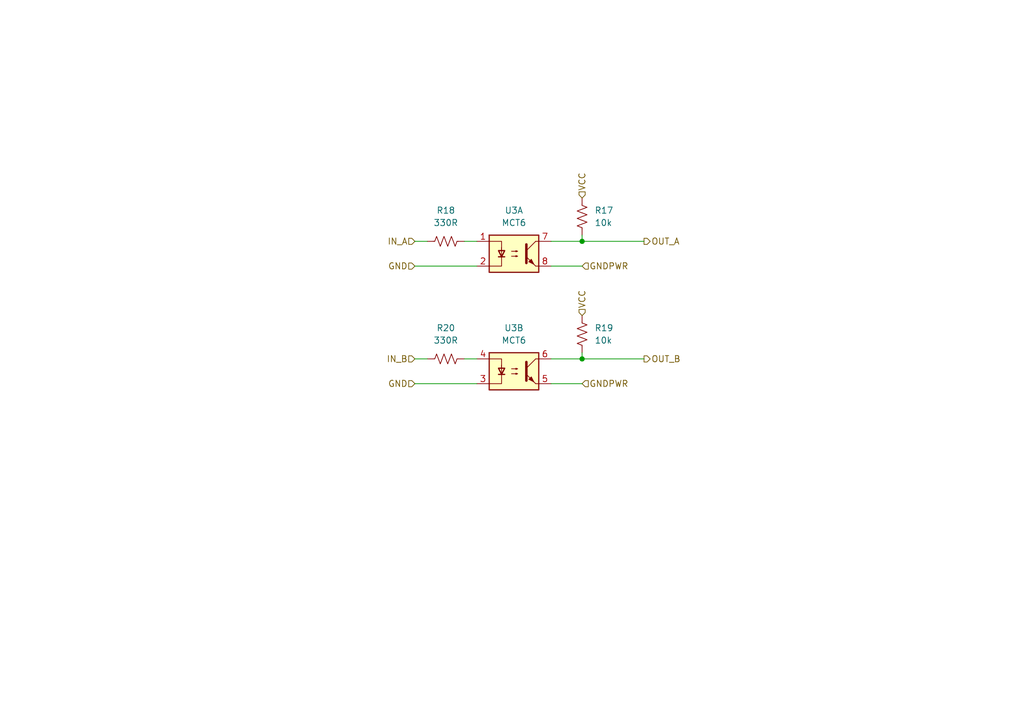
<source format=kicad_sch>
(kicad_sch (version 20250114) (generator "eeschema") (generator_version "9.0")
  (paper "A5")
  (title_block (title "Optocoupler") (date "2025-07-09") (rev "v4.0.0") (company "Team 5") (comment 1 "George Sleen"))
  (lib_symbols
    (symbol "Device:R_US" (pin_numbers (hide yes)) (pin_names (offset 0))
      (property "Reference" "R" (at 2.54 0 90))
      (property "Value" "R_US" (at -2.54 0 90))
      (symbol "R_US_0_1"
        (polyline (pts (xy 0 2.286) (xy 0 2.54)))
        (polyline (pts (xy 0 2.286) (xy 1.016 1.905) (xy 0 1.524) (xy -1.016 1.143) (xy 0 0.762)))
        (polyline (pts (xy 0 0.762) (xy 1.016 0.381) (xy 0 0) (xy -1.016 -0.381) (xy 0 -0.762)))
        (polyline (pts (xy 0 -0.762) (xy 1.016 -1.143) (xy 0 -1.524) (xy -1.016 -1.905) (xy 0 -2.286)))
        (polyline (pts (xy 0 -2.286) (xy 0 -2.54)))
      )
      (symbol "R_US_1_1"
        (pin passive line (at 0 3.81 270) (length 1.27) (name "~") (number "1"))
        (pin passive line (at 0 -3.81 90) (length 1.27) (name "~") (number "2"))
      )
    )
    (symbol "GS_Optoelectronic:MCT6" (pin_names (offset 1.016))
      (property "Reference" "U" (at -3.81 5.08 0))
      (property "Value" "MCT6" (at 0 -5.08 0))
      (symbol "MCT6_0_1"
        (rectangle (start -5.08 3.81) (end 5.08 -3.81) (stroke (width 0.254)) (fill (type background)))
        (polyline (pts (xy -5.08 -2.54) (xy -2.54 -2.54) (xy -2.54 1.27) (xy -2.54 -0.635)))
        (polyline (pts (xy -2.54 0.635) (xy -2.54 2.54) (xy -5.08 2.54)))
        (polyline (pts (xy -0.508 0.508) (xy 0.762 0.508) (xy 0.381 0.635) (xy 0.381 0.381) (xy 0.762 0.508)))
        (polyline (pts (xy -0.508 -0.508) (xy 0.762 -0.508) (xy 0.381 -0.381) (xy 0.381 -0.635) (xy 0.762 -0.508)))
        (polyline (pts (xy 2.54 1.905) (xy 2.54 -1.905) (xy 2.54 -1.905)) (stroke (width 0.508)))
        (polyline (pts (xy 2.54 0.635) (xy 4.445 2.54)))
        (polyline (pts (xy 4.445 2.54) (xy 5.08 2.54)))
        (polyline (pts (xy 4.445 -2.54) (xy 2.54 -0.635)) (fill (type outline)))
        (polyline (pts (xy 4.445 -2.54) (xy 5.08 -2.54)))
      )
      (symbol "MCT6_1_1"
        (polyline (pts (xy -3.175 -0.635) (xy -1.905 -0.635)) (stroke (width 0.254)))
        (polyline (pts (xy -2.54 -0.635) (xy -3.175 0.635) (xy -1.905 0.635) (xy -2.54 -0.635)) (stroke (width 0.254)))
        (polyline (pts (xy 3.048 -1.651) (xy 3.556 -1.143) (xy 4.064 -2.159) (xy 3.048 -1.651) (xy 3.048 -1.651)) (fill (type outline)))
        (pin passive line (at -7.62 2.54 0) (length 2.54) (name "~") (number "1"))
        (pin passive line (at -7.62 -2.54 0) (length 2.54) (name "~") (number "2"))
        (pin passive line (at 7.62 2.54 180) (length 2.54) (name "~") (number "7"))
        (pin passive line (at 7.62 -2.54 180) (length 2.54) (name "~") (number "8"))
      )
      (symbol "MCT6_2_1"
        (polyline (pts (xy -3.175 -0.635) (xy -1.905 -0.635)) (stroke (width 0.254)))
        (polyline (pts (xy -2.54 -0.635) (xy -3.175 0.635) (xy -1.905 0.635) (xy -2.54 -0.635)) (stroke (width 0.254)))
        (polyline (pts (xy 3.048 -1.651) (xy 3.556 -1.143) (xy 4.064 -2.159) (xy 3.048 -1.651) (xy 3.048 -1.651)) (fill (type outline)))
        (pin passive line (at -7.62 2.54 0) (length 2.54) (name "~") (number "4"))
        (pin passive line (at -7.62 -2.54 0) (length 2.54) (name "~") (number "3"))
        (pin passive line (at 7.62 2.54 180) (length 2.54) (name "~") (number "6"))
        (pin passive line (at 7.62 -2.54 180) (length 2.54) (name "~") (number "5"))
      )
    )
  )
  (junction (at 119.38 73.66))
  (junction (at 119.38 49.53))
  (wire (pts (xy 87.63 49.53) (xy 85.09 49.53)))
  (wire (pts (xy 113.03 54.61) (xy 119.38 54.61)))
  (wire (pts (xy 95.25 73.66) (xy 97.79 73.66)))
  (wire (pts (xy 113.03 73.66) (xy 119.38 73.66)))
  (wire (pts (xy 113.03 78.74) (xy 119.38 78.74)))
  (wire (pts (xy 132.08 49.53) (xy 119.38 49.53)))
  (wire (pts (xy 87.63 73.66) (xy 85.09 73.66)))
  (wire (pts (xy 119.38 72.39) (xy 119.38 73.66)))
  (wire (pts (xy 85.09 54.61) (xy 97.79 54.61)))
  (wire (pts (xy 119.38 49.53) (xy 113.03 49.53)))
  (wire (pts (xy 119.38 73.66) (xy 132.08 73.66)))
  (wire (pts (xy 95.25 49.53) (xy 97.79 49.53)))
  (wire (pts (xy 85.09 78.74) (xy 97.79 78.74)))
  (wire (pts (xy 119.38 48.26) (xy 119.38 49.53)))
  (hierarchical_label "VCC" (shape input) (at 119.38 40.64 90))
  (hierarchical_label "OUT_B" (shape output) (at 132.08 73.66 0))
  (hierarchical_label "GND" (shape input) (at 85.09 78.74 180))
  (hierarchical_label "OUT_A" (shape output) (at 132.08 49.53 0))
  (hierarchical_label "GNDPWR" (shape input) (at 119.38 78.74 0))
  (hierarchical_label "GNDPWR" (shape input) (at 119.38 54.61 0))
  (hierarchical_label "GND" (shape input) (at 85.09 54.61 180))
  (hierarchical_label "IN_B" (shape input) (at 85.09 73.66 180))
  (hierarchical_label "VCC" (shape input) (at 119.38 64.77 90))
  (hierarchical_label "IN_A" (shape input) (at 85.09 49.53 180))
  (symbol (lib_id "GS_Optoelectronic:MCT6") (at 105.41 52.07 0) (unit 1)
    (property "Reference" "U2" (at 105.41 43.18 0))
    (property "Value" "MCT6" (at 105.41 45.72 0))
    (property "Footprint" "Package_DIP:DIP-8_W7.62mm_LongPads" (effects (hide yes)))
    (property "Datasheet" "https://www.mouser.com/datasheet/2/149/MCT6-1011122.pdf" (effects (hide yes)))
    (property "Description" "DC Optocoupler, DIP-8" (effects (hide yes)))
    (instances (project "motor-controller" (path "" (reference "U3") (unit 1)) (path "" (reference "U2") (unit 1))))
  )
  (symbol (lib_id "GS_Optoelectronic:MCT6") (at 105.41 76.2 0) (unit 2)
    (property "Reference" "U2" (at 105.41 67.31 0))
    (property "Value" "MCT6" (at 105.41 69.85 0))
    (property "Footprint" "Package_DIP:DIP-8_W7.62mm_LongPads" (effects (hide yes)))
    (property "Datasheet" "https://www.mouser.com/datasheet/2/149/MCT6-1011122.pdf" (effects (hide yes)))
    (property "Description" "DC Optocoupler, DIP-8" (effects (hide yes)))
    (instances (project "motor-controller" (path "" (reference "U3") (unit 2)) (path "" (reference "U2") (unit 2))))
  )
  (symbol (lib_id "Device:R_US") (at 119.38 44.45 180) (unit 1)
    (property "Reference" "R13" (at 121.92 43.1799 0) (effects (justify right)))
    (property "Value" "10k" (at 121.92 45.7199 0) (effects (justify right)))
    (property "Footprint" "Resistor_THT:R_Axial_DIN0309_L9.0mm_D3.2mm_P12.70mm_Horizontal" (effects (hide yes)))
    (property "Description" "Resistor, US symbol" (effects (hide yes)))
    (instances (project "motor-controller" (path "" (reference "R17") (unit 1)) (path "" (reference "R13") (unit 1))))
  )
  (symbol (lib_id "Device:R_US") (at 119.38 68.58 180) (unit 1)
    (property "Reference" "R15" (at 121.92 67.3099 0) (effects (justify right)))
    (property "Value" "10k" (at 121.92 69.8499 0) (effects (justify right)))
    (property "Footprint" "Resistor_THT:R_Axial_DIN0309_L9.0mm_D3.2mm_P12.70mm_Horizontal" (effects (hide yes)))
    (property "Description" "Resistor, US symbol" (effects (hide yes)))
    (instances (project "dual-h-bridge" (path "" (reference "R19") (unit 1)) (path "" (reference "R15") (unit 1))))
  )
  (symbol (lib_id "Device:R_US") (at 91.44 49.53 90) (unit 1)
    (property "Reference" "R14" (at 91.44 43.18 90))
    (property "Value" "330R" (at 91.44 45.72 90))
    (property "Footprint" "Resistor_THT:R_Axial_DIN0309_L9.0mm_D3.2mm_P12.70mm_Horizontal" (effects (hide yes)))
    (property "Description" "Resistor, US symbol" (effects (hide yes)))
    (instances (project "motor-controller" (path "" (reference "R18") (unit 1)) (path "" (reference "R14") (unit 1))))
  )
  (symbol (lib_id "Device:R_US") (at 91.44 73.66 90) (unit 1)
    (property "Reference" "R16" (at 91.44 67.31 90))
    (property "Value" "330R" (at 91.44 69.85 90))
    (property "Footprint" "Resistor_THT:R_Axial_DIN0309_L9.0mm_D3.2mm_P12.70mm_Horizontal" (effects (hide yes)))
    (property "Description" "Resistor, US symbol" (effects (hide yes)))
    (instances (project "motor-controller" (path "" (reference "R20") (unit 1)) (path "" (reference "R16") (unit 1))))
  )
)
</source>
